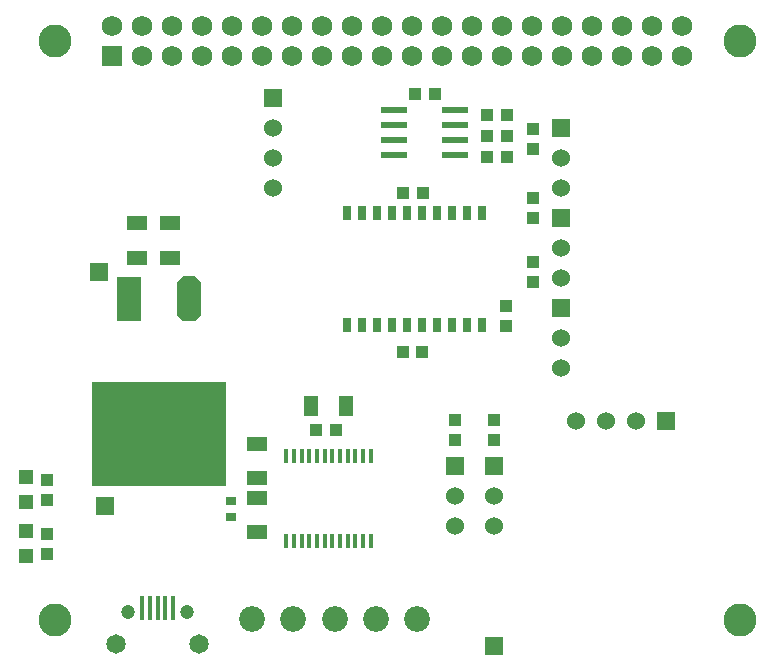
<source format=gbr>
G04 Layer_Color=255*
%FSLAX44Y44*%
%MOMM*%
%TF.FileFunction,Pads,Top*%
%TF.Part,Single*%
G01*
G75*
%TA.AperFunction,SMDPad,CuDef*%
%ADD10R,11.4300X8.8900*%
%ADD11R,2.0320X3.8100*%
G04:AMPARAMS|DCode=12|XSize=2.032mm|YSize=3.81mm|CornerRadius=0mm|HoleSize=0mm|Usage=FLASHONLY|Rotation=0.000|XOffset=0mm|YOffset=0mm|HoleType=Round|Shape=Octagon|*
%AMOCTAGOND12*
4,1,8,-0.5080,1.9050,0.5080,1.9050,1.0160,1.3970,1.0160,-1.3970,0.5080,-1.9050,-0.5080,-1.9050,-1.0160,-1.3970,-1.0160,1.3970,-0.5080,1.9050,0.0*
%
%ADD12OCTAGOND12*%

%ADD13R,1.8000X1.3000*%
%ADD14R,0.7620X1.1430*%
%ADD15R,1.3000X1.8000*%
%ADD16R,0.9000X0.8000*%
%ADD17R,1.0000X1.0000*%
%ADD18R,0.4001X2.0000*%
%ADD19R,1.1001X1.0000*%
%ADD20R,1.1001X1.0000*%
%ADD21R,1.1999X1.1999*%
%ADD22R,1.0000X1.1001*%
%ADD23R,2.1999X0.5999*%
%ADD24R,0.4001X1.2499*%
%TA.AperFunction,ComponentPad*%
%ADD33R,1.6000X1.6000*%
%ADD34C,1.2002*%
%ADD35C,1.6501*%
%ADD36R,1.5240X1.5240*%
%ADD37C,1.5240*%
%ADD38R,1.5240X1.5240*%
%ADD39C,2.1844*%
%ADD40R,1.7501X1.7501*%
%ADD41C,1.7501*%
%ADD42C,2.8001*%
D10*
X377016Y466388D02*
D03*
D11*
X351616Y580700D02*
D03*
D12*
X402416D02*
D03*
D13*
X459740Y383010D02*
D03*
Y412010D02*
D03*
X459740Y457730D02*
D03*
Y428730D02*
D03*
X358140Y644420D02*
D03*
Y615420D02*
D03*
X386080Y644420D02*
D03*
Y615420D02*
D03*
D14*
X535940Y558292D02*
D03*
X548640D02*
D03*
X561340D02*
D03*
X574040D02*
D03*
X586740D02*
D03*
X599440D02*
D03*
X612140D02*
D03*
X624840D02*
D03*
X637540D02*
D03*
X650240D02*
D03*
X637540Y653542D02*
D03*
X650240Y653288D02*
D03*
X624840Y653542D02*
D03*
X612140D02*
D03*
X599440D02*
D03*
X586740D02*
D03*
X574040D02*
D03*
X561340D02*
D03*
X548640D02*
D03*
X535940D02*
D03*
D15*
X535200Y490220D02*
D03*
X506200D02*
D03*
D16*
X438150Y409590D02*
D03*
Y395590D02*
D03*
D17*
X599820Y535940D02*
D03*
X583820D02*
D03*
D18*
X375920Y318501D02*
D03*
X382420D02*
D03*
X388920D02*
D03*
X369420D02*
D03*
X362920D02*
D03*
D19*
X693420Y612140D02*
D03*
Y595142D02*
D03*
Y666359D02*
D03*
Y649361D02*
D03*
Y707781D02*
D03*
Y724779D02*
D03*
X627380Y478399D02*
D03*
Y461401D02*
D03*
X660400Y478399D02*
D03*
Y461401D02*
D03*
X281940Y427599D02*
D03*
Y410601D02*
D03*
Y381879D02*
D03*
Y364881D02*
D03*
X670560Y557921D02*
D03*
Y574919D02*
D03*
D20*
X610479Y754380D02*
D03*
X593481D02*
D03*
X509661Y469900D02*
D03*
X526659D02*
D03*
X600319Y670560D02*
D03*
X583321D02*
D03*
D21*
X264160Y408600D02*
D03*
Y429600D02*
D03*
Y383880D02*
D03*
Y362880D02*
D03*
D22*
X671439Y701040D02*
D03*
X654441D02*
D03*
X671439Y718820D02*
D03*
X654441D02*
D03*
X671439Y736600D02*
D03*
X654441D02*
D03*
D23*
X575981Y727710D02*
D03*
X627979D02*
D03*
X575981Y740410D02*
D03*
Y715010D02*
D03*
Y702310D02*
D03*
X627979Y740410D02*
D03*
Y715010D02*
D03*
Y702310D02*
D03*
D24*
X484949Y375229D02*
D03*
X491449D02*
D03*
X497949D02*
D03*
X504449D02*
D03*
X510949D02*
D03*
X517449D02*
D03*
X523951D02*
D03*
X530451D02*
D03*
X536951D02*
D03*
X543451D02*
D03*
X549951D02*
D03*
X556451D02*
D03*
Y447731D02*
D03*
X549951D02*
D03*
X543451D02*
D03*
X536951D02*
D03*
X530451D02*
D03*
X523951D02*
D03*
X517449D02*
D03*
X510949D02*
D03*
X504449D02*
D03*
X497949D02*
D03*
X491449D02*
D03*
X484949D02*
D03*
D33*
X331470Y405130D02*
D03*
X660400Y287020D02*
D03*
X326390Y603250D02*
D03*
D34*
X400921Y315501D02*
D03*
X350919D02*
D03*
D35*
X340919Y288501D02*
D03*
X410921D02*
D03*
D36*
X806450Y477200D02*
D03*
D37*
X781050D02*
D03*
X755650D02*
D03*
X730250D02*
D03*
X717550Y547050D02*
D03*
Y521650D02*
D03*
Y623250D02*
D03*
Y597850D02*
D03*
Y699450D02*
D03*
Y674050D02*
D03*
X627380Y414020D02*
D03*
Y388620D02*
D03*
X660400Y414020D02*
D03*
Y388620D02*
D03*
X473710Y724850D02*
D03*
Y699450D02*
D03*
Y674050D02*
D03*
D38*
X717550Y572450D02*
D03*
Y648650D02*
D03*
Y724850D02*
D03*
X627380Y439420D02*
D03*
X660400D02*
D03*
X473710Y750250D02*
D03*
D39*
X595780Y309880D02*
D03*
X560781D02*
D03*
X525780D02*
D03*
X490779D02*
D03*
X455780D02*
D03*
D40*
X337701Y786300D02*
D03*
D41*
Y811700D02*
D03*
X363101Y786300D02*
D03*
Y811700D02*
D03*
X388501Y786300D02*
D03*
Y811700D02*
D03*
X413901Y786300D02*
D03*
Y811700D02*
D03*
X439301Y786300D02*
D03*
Y811700D02*
D03*
X464701Y786300D02*
D03*
Y811700D02*
D03*
X490101Y786300D02*
D03*
Y811700D02*
D03*
X515501Y786300D02*
D03*
Y811700D02*
D03*
X540901Y786300D02*
D03*
Y811700D02*
D03*
X566301Y786300D02*
D03*
Y811700D02*
D03*
X591701Y786300D02*
D03*
Y811700D02*
D03*
X617101Y786300D02*
D03*
Y811700D02*
D03*
X642501Y786300D02*
D03*
Y811700D02*
D03*
X667901Y786300D02*
D03*
Y811700D02*
D03*
X693301Y786300D02*
D03*
Y811700D02*
D03*
X718701Y786300D02*
D03*
Y811700D02*
D03*
X744101Y786300D02*
D03*
Y811700D02*
D03*
X769501Y786300D02*
D03*
Y811700D02*
D03*
X794901Y786300D02*
D03*
Y811700D02*
D03*
X820301Y786300D02*
D03*
Y811700D02*
D03*
D42*
X289001Y309001D02*
D03*
X869000Y799000D02*
D03*
Y309001D02*
D03*
X289001Y799000D02*
D03*
%TF.MD5,5546f484e4dd02358aa1efa0c1315b20*%
M02*

</source>
